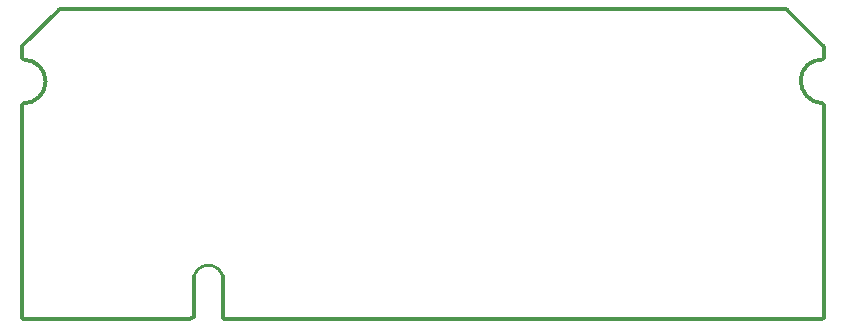
<source format=gbr>
%TF.GenerationSoftware,Altium Limited,CircuitMaker,2.0.2 (2.0.2.40)*%
G04 Layer_Color=16720538*
%FSLAX24Y24*%
%MOIN*%
%TF.SameCoordinates,FDAE7A5D-6217-40FD-BC7F-11D62B7A5D98*%
%TF.FilePolarity,Positive*%
%TF.FileFunction,Keep-out,Top*%
%TF.Part,Single*%
G01*
G75*
%TA.AperFunction,NonConductor*%
%ADD49C,0.0100*%
%ADD826C,0.0118*%
%ADD827C,0.0118*%
D49*
X22047Y11358D02*
G03*
X21065Y11319I-492J0D01*
G01*
D826*
X42073Y19128D02*
G03*
X42056Y19169I-59J0D01*
G01*
X42073Y19128D02*
G03*
X42056Y19169I-59J0D01*
G01*
X42012Y18702D02*
G03*
X42073Y18761I2J59D01*
G01*
X42012Y18702D02*
G03*
X42073Y18761I2J59D01*
G01*
X42012Y18702D02*
G03*
X41299Y18030I-20J-693D01*
G01*
X40859Y20366D02*
G03*
X40817Y20384I-42J-42D01*
G01*
X40859Y20367D02*
G03*
X40817Y20384I-42J-42D01*
G01*
X41299Y18029D02*
G03*
X41299Y18030I-59J3D01*
G01*
X41299Y18029D02*
G03*
X41299Y18030I-59J3D01*
G01*
X42073Y17187D02*
G03*
X42017Y17246I-59J0D01*
G01*
X42073Y17187D02*
G03*
X42016Y17246I-59J0D01*
G01*
Y17246D02*
G03*
X42017Y17246I33J750D01*
G01*
X41299Y18029D02*
G03*
X42016Y17246I750J-33D01*
G01*
X42014Y10041D02*
G03*
X42073Y10100I0J59D01*
G01*
X42014Y10041D02*
G03*
X42073Y10100I0J59D01*
G01*
X41299Y18029D02*
G03*
X41299Y18030I-59J3D01*
G01*
X16604Y20384D02*
G03*
X16563Y20367I0J-59D01*
G01*
X16604Y20384D02*
G03*
X16562Y20366I0J-59D01*
G01*
X15358Y19162D02*
G03*
X15341Y19120I42J-42D01*
G01*
X15358Y19162D02*
G03*
X15341Y19120I42J-42D01*
G01*
Y18761D02*
G03*
X15400Y18702I59J0D01*
G01*
X15341Y18761D02*
G03*
X15400Y18702I59J0D01*
G01*
X16132Y17963D02*
G03*
X16132Y17967I-736J3D01*
G01*
X15401Y17246D02*
G03*
X16132Y17963I7J724D01*
G01*
X16132Y17967D02*
G03*
X15400Y18702I-736J0D01*
G01*
X15401Y17246D02*
G03*
X15341Y17187I-1J-59D01*
G01*
X15401Y17246D02*
G03*
X15341Y17187I-1J-59D01*
G01*
Y10100D02*
G03*
X15400Y10041I59J0D01*
G01*
X15341Y10100D02*
G03*
X15400Y10041I59J0D01*
G01*
X22047Y10100D02*
Y11477D01*
Y10100D02*
X22087Y10041D01*
X20925D02*
X21063Y10110D01*
X42073Y18761D02*
Y19128D01*
X40859Y20367D02*
X40859Y20366D01*
X42056Y19169D01*
X42056Y19169D01*
X42073Y10100D02*
Y17187D01*
X22087Y10041D02*
X42014D01*
X16604Y20384D02*
X40817D01*
X16562Y20366D02*
X16563Y20367D01*
X15358Y19162D02*
X16562Y20366D01*
X15358Y19162D02*
X15358Y19162D01*
X15341Y18761D02*
Y19120D01*
X21063Y10110D02*
Y11488D01*
X15341Y10100D02*
Y17187D01*
X15400Y10041D02*
X20925D01*
D827*
X41299Y18030D02*
D03*
X42012Y18702D02*
D03*
X41299Y18029D02*
D03*
X16132Y17963D02*
D03*
X16132Y17963D02*
D03*
X16132Y17963D02*
D03*
X16132Y17963D02*
D03*
X16132Y17963D02*
D03*
X16132Y17963D02*
D03*
X15401Y17246D02*
D03*
X15400Y18702D02*
D03*
%TF.MD5,eea54a4c566cfa6adbd4aea515fde05f*%
M02*

</source>
